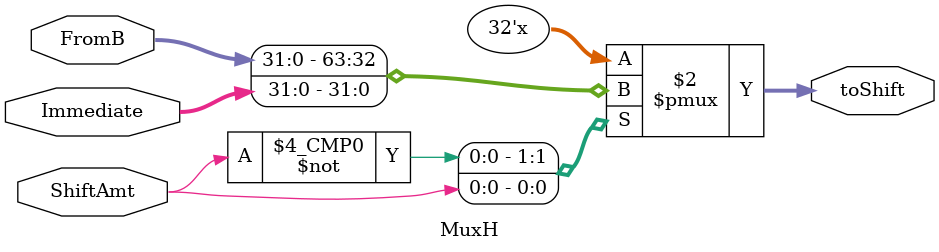
<source format=v>
module MuxH (
input wire[31:0] FromB,
input wire[31:0] Immediate,
input wire[0:0] ShiftAmt,
output reg[31:0] toShift
);
parameter S0 = 0, S1 = 1;
always @(*) begin
	case(ShiftAmt)
		S0:
			toShift <= FromB;
		S1:
			toShift <= Immediate;
	endcase
end

endmodule
</source>
